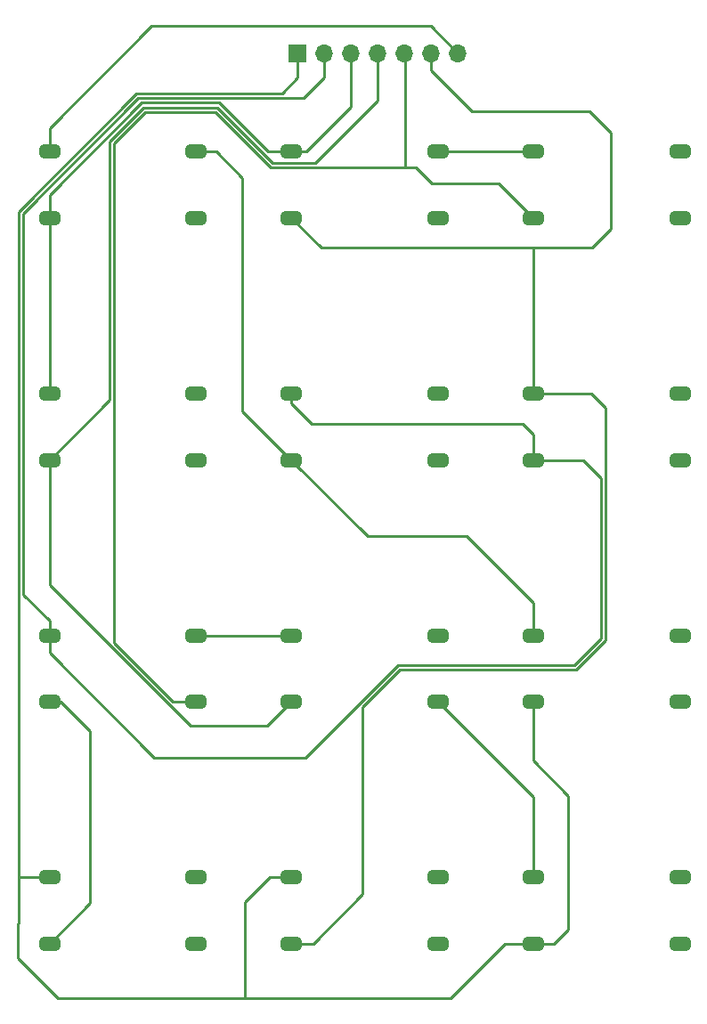
<source format=gbr>
%TF.GenerationSoftware,KiCad,Pcbnew,(6.0.9)*%
%TF.CreationDate,2023-03-26T11:38:19+02:00*%
%TF.ProjectId,SelectaAutomatKeyPad,53656c65-6374-4614-9175-746f6d61744b,20230306*%
%TF.SameCoordinates,PX5f5e100PY8f0d180*%
%TF.FileFunction,Copper,L1,Top*%
%TF.FilePolarity,Positive*%
%FSLAX46Y46*%
G04 Gerber Fmt 4.6, Leading zero omitted, Abs format (unit mm)*
G04 Created by KiCad (PCBNEW (6.0.9)) date 2023-03-26 11:38:19*
%MOMM*%
%LPD*%
G01*
G04 APERTURE LIST*
G04 Aperture macros list*
%AMRoundRect*
0 Rectangle with rounded corners*
0 $1 Rounding radius*
0 $2 $3 $4 $5 $6 $7 $8 $9 X,Y pos of 4 corners*
0 Add a 4 corners polygon primitive as box body*
4,1,4,$2,$3,$4,$5,$6,$7,$8,$9,$2,$3,0*
0 Add four circle primitives for the rounded corners*
1,1,$1+$1,$2,$3*
1,1,$1+$1,$4,$5*
1,1,$1+$1,$6,$7*
1,1,$1+$1,$8,$9*
0 Add four rect primitives between the rounded corners*
20,1,$1+$1,$2,$3,$4,$5,0*
20,1,$1+$1,$4,$5,$6,$7,0*
20,1,$1+$1,$6,$7,$8,$9,0*
20,1,$1+$1,$8,$9,$2,$3,0*%
G04 Aperture macros list end*
%TA.AperFunction,SMDPad,CuDef*%
%ADD10RoundRect,0.325000X-0.650000X-0.325000X0.650000X-0.325000X0.650000X0.325000X-0.650000X0.325000X0*%
%TD*%
%TA.AperFunction,ComponentPad*%
%ADD11R,1.700000X1.700000*%
%TD*%
%TA.AperFunction,ComponentPad*%
%ADD12O,1.700000X1.700000*%
%TD*%
%TA.AperFunction,Conductor*%
%ADD13C,0.250000*%
%TD*%
G04 APERTURE END LIST*
D10*
%TO.P,SW5,1,1*%
%TO.N,/B*%
X28525000Y67650000D03*
%TO.P,SW5,2,2*%
%TO.N,unconnected-(SW5-Pad2)*%
X42475000Y67650000D03*
%TO.P,SW5,3,K*%
%TO.N,unconnected-(SW5-Pad3)*%
X42475000Y61350000D03*
%TO.P,SW5,4,A*%
%TO.N,/4A*%
X28525000Y61350000D03*
%TD*%
%TO.P,SW7,1,1*%
%TO.N,/B*%
X5525000Y44650000D03*
%TO.P,SW7,2,2*%
%TO.N,/B1*%
X19475000Y44650000D03*
%TO.P,SW7,3,K*%
%TO.N,/2*%
X19475000Y38350000D03*
%TO.P,SW7,4,A*%
%TO.N,/2A*%
X5525000Y38350000D03*
%TD*%
%TO.P,SW9,1,1*%
%TO.N,/4A*%
X51525000Y44650000D03*
%TO.P,SW9,2,2*%
%TO.N,unconnected-(SW9-Pad2)*%
X65475000Y44650000D03*
%TO.P,SW9,3,K*%
%TO.N,unconnected-(SW9-Pad3)*%
X65475000Y38350000D03*
%TO.P,SW9,4,A*%
%TO.N,/A*%
X51525000Y38350000D03*
%TD*%
%TO.P,SW10,1,1*%
%TO.N,/A*%
X5525000Y21650000D03*
%TO.P,SW10,2,2*%
%TO.N,unconnected-(SW10-Pad2)*%
X19475000Y21650000D03*
%TO.P,SW10,3,K*%
%TO.N,unconnected-(SW10-Pad3)*%
X19475000Y15350000D03*
%TO.P,SW10,4,A*%
%TO.N,/2A*%
X5525000Y15350000D03*
%TD*%
%TO.P,SW3,1,1*%
%TO.N,/C1*%
X51525000Y90650000D03*
%TO.P,SW3,2,2*%
%TO.N,unconnected-(SW3-Pad2)*%
X65475000Y90650000D03*
%TO.P,SW3,3,K*%
%TO.N,unconnected-(SW3-Pad3)*%
X65475000Y84350000D03*
%TO.P,SW3,4,A*%
%TO.N,/2*%
X51525000Y84350000D03*
%TD*%
%TO.P,SW1,1,1*%
%TO.N,/4*%
X5525000Y90650000D03*
%TO.P,SW1,2,2*%
%TO.N,/4A*%
X19475000Y90650000D03*
%TO.P,SW1,3,K*%
%TO.N,unconnected-(SW1-Pad3)*%
X19475000Y84350000D03*
%TO.P,SW1,4,A*%
%TO.N,/C*%
X5525000Y84350000D03*
%TD*%
%TO.P,SW2,1,1*%
%TO.N,/C*%
X28525000Y90650000D03*
%TO.P,SW2,2,2*%
%TO.N,/C1*%
X42475000Y90650000D03*
%TO.P,SW2,3,K*%
%TO.N,unconnected-(SW2-Pad3)*%
X42475000Y84350000D03*
%TO.P,SW2,4,A*%
%TO.N,/3*%
X28525000Y84350000D03*
%TD*%
%TO.P,SW6,1,1*%
%TO.N,/3*%
X51525000Y67650000D03*
%TO.P,SW6,2,2*%
%TO.N,unconnected-(SW6-Pad2)*%
X65475000Y67650000D03*
%TO.P,SW6,3,K*%
%TO.N,unconnected-(SW6-Pad3)*%
X65475000Y61350000D03*
%TO.P,SW6,4,A*%
%TO.N,/B*%
X51525000Y61350000D03*
%TD*%
%TO.P,SW11,1,1*%
%TO.N,/A*%
X28525000Y21650000D03*
%TO.P,SW11,2,2*%
%TO.N,unconnected-(SW11-Pad2)*%
X42475000Y21650000D03*
%TO.P,SW11,3,K*%
%TO.N,unconnected-(SW11-Pad3)*%
X42475000Y15350000D03*
%TO.P,SW11,4,A*%
%TO.N,/3*%
X28525000Y15350000D03*
%TD*%
%TO.P,SW12,1,1*%
%TO.N,/1A*%
X51525000Y21650000D03*
%TO.P,SW12,2,2*%
%TO.N,unconnected-(SW12-Pad2)*%
X65475000Y21650000D03*
%TO.P,SW12,3,K*%
%TO.N,unconnected-(SW12-Pad3)*%
X65475000Y15350000D03*
%TO.P,SW12,4,A*%
%TO.N,/A*%
X51525000Y15350000D03*
%TD*%
D11*
%TO.P,J1,1,Pin_1*%
%TO.N,/A*%
X29130000Y100000000D03*
D12*
%TO.P,J1,2,Pin_2*%
%TO.N,/B*%
X31670000Y100000000D03*
%TO.P,J1,3,Pin_3*%
%TO.N,/C*%
X34210000Y100000000D03*
%TO.P,J1,4,Pin_4*%
%TO.N,/1*%
X36750000Y100000000D03*
%TO.P,J1,5,Pin_5*%
%TO.N,/2*%
X39290000Y100000000D03*
%TO.P,J1,6,Pin_6*%
%TO.N,/3*%
X41830000Y100000000D03*
%TO.P,J1,7,Pin_7*%
%TO.N,/4*%
X44370000Y100000000D03*
%TD*%
D10*
%TO.P,SW8,1,1*%
%TO.N,/B1*%
X28525000Y44650000D03*
%TO.P,SW8,2,2*%
%TO.N,unconnected-(SW8-Pad2)*%
X42475000Y44650000D03*
%TO.P,SW8,3,K*%
%TO.N,/1A*%
X42475000Y38350000D03*
%TO.P,SW8,4,A*%
%TO.N,/1*%
X28525000Y38350000D03*
%TD*%
%TO.P,SW4,1,1*%
%TO.N,/C*%
X5525000Y67650000D03*
%TO.P,SW4,2,2*%
%TO.N,unconnected-(SW4-Pad2)*%
X19475000Y67650000D03*
%TO.P,SW4,3,K*%
%TO.N,unconnected-(SW4-Pad3)*%
X19475000Y61350000D03*
%TO.P,SW4,4,A*%
%TO.N,/1*%
X5525000Y61350000D03*
%TD*%
D13*
%TO.N,/A*%
X29210000Y10160000D02*
X43635000Y10160000D01*
X48825000Y15350000D02*
X51525000Y15350000D01*
X2620000Y21650000D02*
X2550000Y21580000D01*
X51525000Y32750000D02*
X54864000Y29411000D01*
X54864000Y29411000D02*
X54864000Y16714000D01*
X51525000Y38350000D02*
X51525000Y32750000D01*
X29130000Y100000000D02*
X29130000Y97710000D01*
X13783604Y96208000D02*
X2550000Y84974396D01*
X5525000Y21650000D02*
X2620000Y21650000D01*
X2550000Y84974396D02*
X2550000Y21580000D01*
X6350000Y10160000D02*
X29210000Y10160000D01*
X2540000Y13970000D02*
X6350000Y10160000D01*
X27628000Y96208000D02*
X13783604Y96208000D01*
X54864000Y16714000D02*
X53500000Y15350000D01*
X24130000Y10160000D02*
X24130000Y19304000D01*
X26476000Y21650000D02*
X28525000Y21650000D01*
X53500000Y15350000D02*
X51525000Y15350000D01*
X2550000Y21580000D02*
X2550000Y17282000D01*
X2550000Y17282000D02*
X2540000Y17272000D01*
X43635000Y10160000D02*
X48825000Y15350000D01*
X24130000Y19304000D02*
X26476000Y21650000D01*
X29210000Y10160000D02*
X24130000Y10160000D01*
X29130000Y97710000D02*
X27628000Y96208000D01*
X2540000Y17272000D02*
X2540000Y13970000D01*
%TO.N,/B*%
X38675604Y41852000D02*
X29843604Y33020000D01*
X29718000Y95758000D02*
X26924000Y95758000D01*
X57970000Y59632000D02*
X57970000Y44382396D01*
X57970000Y44382396D02*
X55439604Y41852000D01*
X28525000Y66725000D02*
X28525000Y67650000D01*
X15494000Y33020000D02*
X5525000Y42989000D01*
X51525000Y61350000D02*
X56252000Y61350000D01*
X31670000Y97710000D02*
X29718000Y95758000D01*
X51525000Y63791000D02*
X50546000Y64770000D01*
X3000000Y48562000D02*
X5525000Y46037000D01*
X31670000Y100000000D02*
X31670000Y97710000D01*
X26924000Y95758000D02*
X13970000Y95758000D01*
X50546000Y64770000D02*
X30480000Y64770000D01*
X27178000Y95758000D02*
X26924000Y95758000D01*
X5525000Y42989000D02*
X5525000Y44650000D01*
X5525000Y46037000D02*
X5525000Y44650000D01*
X56252000Y61350000D02*
X57970000Y59632000D01*
X55439604Y41852000D02*
X38675604Y41852000D01*
X3000000Y84788000D02*
X3000000Y48562000D01*
X29843604Y33020000D02*
X15494000Y33020000D01*
X51525000Y61350000D02*
X51525000Y63791000D01*
X30480000Y64770000D02*
X28525000Y66725000D01*
X13970000Y95758000D02*
X3000000Y84788000D01*
%TO.N,/C*%
X26318396Y90650000D02*
X21660396Y95308000D01*
X14282000Y95308000D02*
X5525000Y86551000D01*
X34210000Y94916000D02*
X29944000Y90650000D01*
X5525000Y86551000D02*
X5525000Y84350000D01*
X29944000Y90650000D02*
X28525000Y90650000D01*
X34210000Y100000000D02*
X34210000Y94916000D01*
X21660396Y95308000D02*
X14282000Y95308000D01*
X5525000Y84350000D02*
X5525000Y67650000D01*
X28525000Y90650000D02*
X26318396Y90650000D01*
%TO.N,/1*%
X26243000Y36068000D02*
X28525000Y38350000D01*
X36750000Y95550000D02*
X30800000Y89600000D01*
X11234000Y67059000D02*
X5525000Y61350000D01*
X36750000Y100000000D02*
X36750000Y95550000D01*
X14468396Y94858000D02*
X11234000Y91623604D01*
X26732000Y89600000D02*
X21474000Y94858000D01*
X30800000Y89600000D02*
X26732000Y89600000D01*
X11234000Y91623604D02*
X11234000Y67059000D01*
X5525000Y49464604D02*
X18921604Y36068000D01*
X21474000Y94858000D02*
X14468396Y94858000D01*
X18921604Y36068000D02*
X26243000Y36068000D01*
X5525000Y61350000D02*
X5525000Y49464604D01*
%TO.N,/2*%
X11684000Y43942000D02*
X11684000Y91437208D01*
X48245000Y87630000D02*
X51525000Y84350000D01*
X39290000Y100000000D02*
X39370000Y99920000D01*
X14654792Y94408000D02*
X21287604Y94408000D01*
X19475000Y38350000D02*
X17276000Y38350000D01*
X39370000Y89154000D02*
X40386000Y89154000D01*
X11684000Y91437208D02*
X14654792Y94408000D01*
X39370000Y99920000D02*
X39370000Y89154000D01*
X40386000Y89154000D02*
X41910000Y87630000D01*
X17276000Y38350000D02*
X11684000Y43942000D01*
X41910000Y87630000D02*
X48245000Y87630000D01*
X39366000Y89150000D02*
X39370000Y89154000D01*
X21287604Y94408000D02*
X26545604Y89150000D01*
X26545604Y89150000D02*
X39366000Y89150000D01*
%TO.N,/3*%
X35306000Y37846000D02*
X38862000Y41402000D01*
X51562000Y81534000D02*
X57150000Y81534000D01*
X28525000Y15350000D02*
X30590000Y15350000D01*
X58420000Y66294000D02*
X57064000Y67650000D01*
X38862000Y41402000D02*
X55626000Y41402000D01*
X51525000Y67650000D02*
X51562000Y67687000D01*
X41830000Y98370000D02*
X45712000Y94488000D01*
X58928000Y92456000D02*
X56896000Y94488000D01*
X35306000Y20066000D02*
X35306000Y37846000D01*
X57064000Y67650000D02*
X51525000Y67650000D01*
X57150000Y81534000D02*
X58928000Y83312000D01*
X31341000Y81534000D02*
X51562000Y81534000D01*
X41830000Y100000000D02*
X41830000Y98370000D01*
X55626000Y41402000D02*
X58420000Y44196000D01*
X51562000Y67687000D02*
X51562000Y81534000D01*
X30590000Y15350000D02*
X35306000Y20066000D01*
X28525000Y84350000D02*
X31341000Y81534000D01*
X58928000Y83312000D02*
X58928000Y92456000D01*
X58420000Y44196000D02*
X58420000Y66294000D01*
X56896000Y94488000D02*
X45712000Y94488000D01*
%TO.N,/4*%
X5525000Y92901000D02*
X5525000Y90650000D01*
X41754000Y102616000D02*
X15240000Y102616000D01*
X44370000Y100000000D02*
X41754000Y102616000D01*
X15240000Y102616000D02*
X5525000Y92901000D01*
%TO.N,/C1*%
X51525000Y90650000D02*
X42475000Y90650000D01*
%TO.N,/B1*%
X27888604Y44650000D02*
X28206802Y44331802D01*
X19475000Y44650000D02*
X27888604Y44650000D01*
%TO.N,/1A*%
X42475000Y38350000D02*
X51525000Y29300000D01*
X51525000Y29300000D02*
X51525000Y21650000D01*
%TO.N,/2A*%
X5525000Y15350000D02*
X9398000Y19223000D01*
X9398000Y35560000D02*
X6608000Y38350000D01*
X6608000Y38350000D02*
X5525000Y38350000D01*
X9398000Y19223000D02*
X9398000Y35560000D01*
%TO.N,/4A*%
X45212000Y54102000D02*
X51525000Y47789000D01*
X35773000Y54102000D02*
X45212000Y54102000D01*
X23876000Y65999000D02*
X28525000Y61350000D01*
X19475000Y90650000D02*
X21364000Y90650000D01*
X21364000Y90650000D02*
X23876000Y88138000D01*
X28525000Y61350000D02*
X35773000Y54102000D01*
X23876000Y88138000D02*
X23876000Y65999000D01*
X51525000Y47789000D02*
X51525000Y44650000D01*
%TD*%
M02*

</source>
